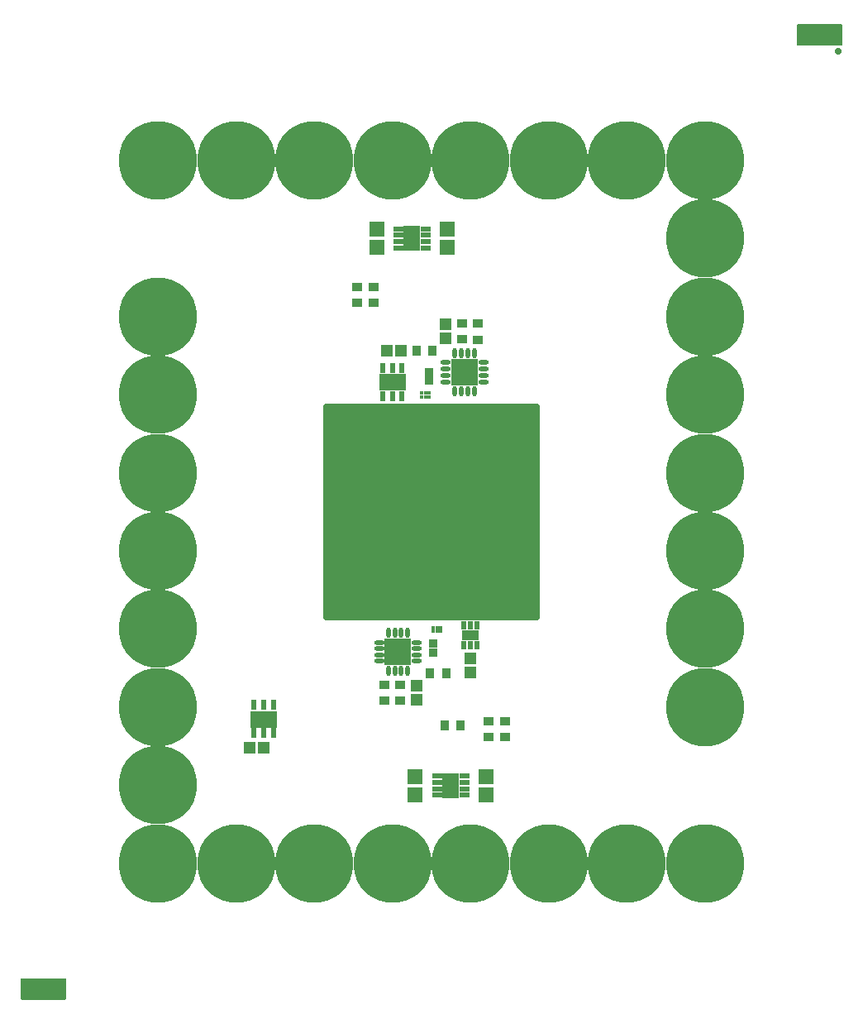
<source format=gbr>
%FSLAX23Y23*%
%MOIN*%
%SFA1B1*%

%IPPOS*%
%AMD66*
4,1,8,-0.437000,0.424400,-0.437000,-0.424400,-0.424400,-0.437000,0.424400,-0.437000,0.437000,-0.424400,0.437000,0.424400,0.424400,0.437000,-0.424400,0.437000,-0.437000,0.424400,0.0*
1,1,0.025200,-0.424400,0.424400*
1,1,0.025200,-0.424400,-0.424400*
1,1,0.025200,0.424400,-0.424400*
1,1,0.025200,0.424400,0.424400*
%
%ADD50R,0.064960X0.059060*%
%ADD51R,0.047240X0.047240*%
%ADD52R,0.047240X0.047240*%
%ADD53R,0.036220X0.034650*%
%ADD54R,0.035430X0.043310*%
%ADD55R,0.043310X0.035430*%
%ADD56R,0.019680X0.035430*%
%ADD57R,0.070870X0.042910*%
%ADD58R,0.066530X0.102360*%
%ADD59R,0.043310X0.021650*%
%ADD60C,0.015750*%
%ADD61R,0.110240X0.110240*%
%ADD62O,0.041340X0.019680*%
%ADD63O,0.019680X0.041340*%
%ADD64R,0.023620X0.039370*%
%ADD65R,0.106300X0.066930*%
G04~CAMADD=66~8~0.0~0.0~8740.2~8740.2~126.0~0.0~15~0.0~0.0~0.0~0.0~0~0.0~0.0~0.0~0.0~0~0.0~0.0~0.0~90.0~8740.0~8740.0*
%ADD66D66*%
%ADD67C,0.314960*%
%ADD68C,0.027560*%
%LNhumflex2_1_soldermask_top-1*%
%LPD*%
G36*
X1846Y2163D02*
X1847Y2163D01*
X1847Y2163*
X1848Y2162*
X1848Y2162*
X1849Y2162*
X1853Y2158*
X1853Y2157*
X1853Y2157*
X1854Y2157*
X1854Y2156*
X1854Y2156*
X1854Y2155*
Y2080*
X1854Y2080*
X1854Y2079*
X1854Y2079*
X1853Y2078*
X1853Y2078*
X1853Y2077*
X1852Y2077*
X1852Y2077*
X1851Y2077*
X1851Y2076*
X1850Y2076*
X1850Y2076*
X1838*
X1838Y2076*
X1837Y2076*
X1837Y2077*
X1836Y2077*
X1836Y2077*
X1835Y2076*
X1835Y2076*
X1834Y2076*
X1830*
X1830Y2076*
X1829Y2076*
X1829Y2077*
X1828Y2077*
X1828Y2077*
X1827Y2076*
X1827Y2076*
X1826Y2076*
X1814*
X1814Y2076*
X1813Y2076*
X1813Y2077*
X1812Y2077*
X1812Y2077*
X1812Y2076*
X1811Y2076*
X1811Y2076*
X1807*
X1806Y2076*
X1806Y2076*
X1805Y2077*
X1805Y2077*
X1804Y2077*
X1804Y2076*
X1803Y2076*
X1803Y2076*
X1791*
X1790Y2076*
X1790Y2076*
X1789Y2077*
X1789Y2077*
X1788Y2077*
X1788Y2076*
X1787Y2076*
X1787Y2076*
X1783*
X1782Y2076*
X1782Y2076*
X1781Y2077*
X1781Y2077*
X1781Y2077*
X1780Y2076*
X1780Y2076*
X1779Y2076*
X1767*
X1767Y2076*
X1766Y2076*
X1766Y2077*
X1765Y2077*
X1765Y2077*
X1764Y2076*
X1764Y2076*
X1763Y2076*
X1759*
X1759Y2076*
X1758Y2076*
X1758Y2077*
X1757Y2077*
X1757Y2077*
X1756Y2076*
X1756Y2076*
X1755Y2076*
X1744*
X1743Y2076*
X1743Y2076*
X1742Y2077*
X1742Y2077*
X1741Y2077*
X1741Y2076*
X1740Y2076*
X1740Y2076*
X1736*
X1735Y2076*
X1735Y2076*
X1734Y2077*
X1734Y2077*
X1733Y2077*
X1733Y2076*
X1732Y2076*
X1732Y2076*
X1720*
X1719Y2076*
X1719Y2076*
X1718Y2077*
X1718Y2077*
X1718Y2077*
X1717Y2076*
X1717Y2076*
X1716Y2076*
X1712*
X1712Y2076*
X1711Y2076*
X1711Y2077*
X1710Y2077*
X1710Y2077*
X1709Y2076*
X1709Y2076*
X1708Y2076*
X1696*
X1696Y2076*
X1695Y2076*
X1695Y2077*
X1694Y2077*
X1694Y2077*
X1693Y2076*
X1693Y2076*
X1692Y2076*
X1688*
X1688Y2076*
X1687Y2076*
X1687Y2077*
X1687Y2077*
X1686Y2077*
X1686Y2076*
X1685Y2076*
X1685Y2076*
X1673*
X1672Y2076*
X1672Y2076*
X1671Y2077*
X1671Y2077*
X1670Y2077*
X1670Y2077*
X1670Y2078*
X1669Y2078*
X1669Y2079*
X1669Y2079*
X1669Y2080*
X1669Y2080*
Y2155*
X1669Y2156*
X1669Y2156*
X1669Y2157*
X1669Y2157*
X1670Y2157*
X1670Y2158*
X1674Y2162*
X1674Y2162*
X1675Y2162*
X1675Y2163*
X1676Y2163*
X1676Y2163*
X1677Y2163*
X1681*
X1681Y2163*
X1682Y2163*
X1682Y2163*
X1683Y2162*
X1683Y2162*
X1683Y2162*
X1685Y2160*
X1685Y2160*
X1685Y2161*
X1685Y2161*
X1686Y2162*
X1686Y2162*
X1687Y2162*
X1687Y2163*
X1687Y2163*
X1688Y2163*
X1688Y2163*
X1692*
X1693Y2163*
X1693Y2163*
X1694Y2163*
X1694Y2162*
X1695Y2162*
X1695Y2162*
X1696Y2161*
X1696Y2161*
X1696Y2160*
X1696Y2160*
X1698Y2162*
X1698Y2162*
X1698Y2162*
X1699Y2163*
X1699Y2163*
X1700Y2163*
X1700Y2163*
X1704*
X1705Y2163*
X1705Y2163*
X1706Y2163*
X1706Y2162*
X1707Y2162*
X1707Y2162*
X1708Y2160*
X1708Y2160*
X1709Y2161*
X1709Y2161*
X1709Y2162*
X1710Y2162*
X1710Y2162*
X1711Y2163*
X1711Y2163*
X1712Y2163*
X1712Y2163*
X1716*
X1717Y2163*
X1717Y2163*
X1718Y2163*
X1718Y2162*
X1718Y2162*
X1719Y2162*
X1719Y2161*
X1719Y2161*
X1720Y2160*
X1720Y2160*
X1721Y2162*
X1722Y2162*
X1722Y2162*
X1722Y2163*
X1723Y2163*
X1723Y2163*
X1724Y2163*
X1728*
X1728Y2163*
X1729Y2163*
X1729Y2163*
X1730Y2162*
X1730Y2162*
X1731Y2162*
X1732Y2160*
X1732Y2160*
X1732Y2161*
X1733Y2161*
X1733Y2162*
X1733Y2162*
X1734Y2162*
X1734Y2163*
X1735Y2163*
X1735Y2163*
X1736Y2163*
X1740*
X1740Y2163*
X1741Y2163*
X1741Y2163*
X1742Y2162*
X1742Y2162*
X1742Y2162*
X1743Y2161*
X1743Y2161*
X1743Y2160*
X1743Y2160*
X1745Y2162*
X1745Y2162*
X1746Y2162*
X1746Y2163*
X1747Y2163*
X1747Y2163*
X1748Y2163*
X1751*
X1752Y2163*
X1752Y2163*
X1753Y2163*
X1753Y2162*
X1754Y2162*
X1754Y2162*
X1756Y2160*
X1756Y2160*
X1756Y2161*
X1756Y2161*
X1757Y2162*
X1757Y2162*
X1757Y2162*
X1758Y2163*
X1758Y2163*
X1759Y2163*
X1759Y2163*
X1763*
X1764Y2163*
X1764Y2163*
X1765Y2163*
X1765Y2162*
X1766Y2162*
X1766Y2162*
X1766Y2161*
X1767Y2161*
X1767Y2160*
X1767Y2160*
X1768Y2162*
X1769Y2162*
X1769Y2162*
X1770Y2163*
X1770Y2163*
X1771Y2163*
X1771Y2163*
X1775*
X1776Y2163*
X1776Y2163*
X1777Y2163*
X1777Y2162*
X1777Y2162*
X1778Y2162*
X1779Y2160*
X1779Y2160*
X1780Y2161*
X1780Y2161*
X1780Y2162*
X1781Y2162*
X1781Y2162*
X1781Y2163*
X1782Y2163*
X1782Y2163*
X1783Y2163*
X1787*
X1787Y2163*
X1788Y2163*
X1788Y2163*
X1789Y2162*
X1789Y2162*
X1790Y2162*
X1790Y2161*
X1790Y2161*
X1791Y2160*
X1791Y2160*
X1792Y2162*
X1792Y2162*
X1793Y2162*
X1793Y2163*
X1794Y2163*
X1794Y2163*
X1795Y2163*
X1799*
X1799Y2163*
X1800Y2163*
X1800Y2163*
X1801Y2162*
X1801Y2162*
X1802Y2162*
X1803Y2160*
X1803Y2160*
X1803Y2161*
X1803Y2161*
X1804Y2162*
X1804Y2162*
X1805Y2162*
X1805Y2163*
X1806Y2163*
X1806Y2163*
X1807Y2163*
X1811*
X1811Y2163*
X1812Y2163*
X1812Y2163*
X1813Y2162*
X1813Y2162*
X1813Y2162*
X1814Y2161*
X1814Y2161*
X1814Y2160*
X1814Y2160*
X1816Y2162*
X1816Y2162*
X1816Y2162*
X1817Y2163*
X1817Y2163*
X1818Y2163*
X1818Y2163*
X1822*
X1823Y2163*
X1823Y2163*
X1824Y2163*
X1824Y2162*
X1825Y2162*
X1825Y2162*
X1827Y2160*
X1827Y2160*
X1827Y2161*
X1827Y2161*
X1827Y2162*
X1828Y2162*
X1828Y2162*
X1829Y2163*
X1829Y2163*
X1830Y2163*
X1830Y2163*
X1834*
X1835Y2163*
X1835Y2163*
X1836Y2163*
X1836Y2162*
X1837Y2162*
X1837Y2162*
X1837Y2161*
X1838Y2161*
X1838Y2160*
X1838Y2160*
X1839Y2162*
X1840Y2162*
X1840Y2162*
X1841Y2163*
X1841Y2163*
X1842Y2163*
X1842Y2163*
X1846*
X1846Y2163*
G37*
G36*
X-1279Y-1683D02*
X-1278Y-1683D01*
X-1278Y-1683*
X-1277Y-1683*
X-1277Y-1683*
X-1276Y-1684*
X-1276Y-1684*
X-1276Y-1685*
X-1275Y-1685*
X-1275Y-1685*
X-1275Y-1686*
X-1275Y-1687*
Y-1761*
X-1275Y-1762*
X-1275Y-1762*
X-1275Y-1763*
X-1276Y-1763*
X-1276Y-1764*
X-1276Y-1764*
X-1280Y-1768*
X-1280*
X-1281Y-1768*
X-1281Y-1769*
X-1281Y-1769*
X-1282Y-1769*
X-1282Y-1769*
X-1283Y-1769*
X-1287*
X-1287Y-1769*
X-1288Y-1769*
X-1288Y-1769*
X-1289Y-1769*
X-1289Y-1768*
X-1290Y-1768*
X-1291Y-1767*
X-1291Y-1767*
X-1291Y-1767*
X-1292Y-1768*
X-1292Y-1768*
X-1292Y-1768*
X-1293Y-1769*
X-1293Y-1769*
X-1294Y-1769*
X-1294Y-1769*
X-1295Y-1769*
X-1299*
X-1299Y-1769*
X-1300Y-1769*
X-1300Y-1769*
X-1301Y-1769*
X-1301Y-1768*
X-1302Y-1768*
X-1302Y-1768*
X-1302Y-1767*
X-1302Y-1767*
X-1302Y-1767*
X-1304Y-1768*
X-1304Y-1768*
X-1305Y-1769*
X-1305Y-1769*
X-1306Y-1769*
X-1306Y-1769*
X-1307Y-1769*
X-1311*
X-1311Y-1769*
X-1312Y-1769*
X-1312Y-1769*
X-1313Y-1769*
X-1313Y-1768*
X-1313Y-1768*
X-1315Y-1767*
X-1315Y-1767*
X-1315Y-1767*
X-1315Y-1768*
X-1316Y-1768*
X-1316Y-1768*
X-1316Y-1769*
X-1317Y-1769*
X-1317Y-1769*
X-1318Y-1769*
X-1318Y-1769*
X-1322*
X-1323Y-1769*
X-1323Y-1769*
X-1324Y-1769*
X-1324Y-1769*
X-1325Y-1768*
X-1325Y-1768*
X-1325Y-1768*
X-1326Y-1767*
X-1326Y-1767*
X-1326Y-1767*
X-1327Y-1768*
X-1328Y-1768*
X-1328Y-1769*
X-1329Y-1769*
X-1329Y-1769*
X-1330Y-1769*
X-1330Y-1769*
X-1334*
X-1335Y-1769*
X-1335Y-1769*
X-1336Y-1769*
X-1336Y-1769*
X-1337Y-1768*
X-1337Y-1768*
X-1338Y-1767*
X-1338Y-1767*
X-1339Y-1767*
X-1339Y-1768*
X-1339Y-1768*
X-1340Y-1768*
X-1340Y-1769*
X-1341Y-1769*
X-1341Y-1769*
X-1342Y-1769*
X-1342Y-1769*
X-1346*
X-1346Y-1769*
X-1347Y-1769*
X-1347Y-1769*
X-1348Y-1769*
X-1348Y-1768*
X-1349Y-1768*
X-1349Y-1768*
X-1349Y-1767*
X-1350Y-1767*
X-1350Y-1767*
X-1351Y-1768*
X-1351Y-1768*
X-1352Y-1769*
X-1352Y-1769*
X-1353Y-1769*
X-1353Y-1769*
X-1354Y-1769*
X-1358*
X-1358Y-1769*
X-1359Y-1769*
X-1359Y-1769*
X-1360Y-1769*
X-1360Y-1768*
X-1361Y-1768*
X-1362Y-1767*
X-1362Y-1767*
X-1362Y-1767*
X-1363Y-1768*
X-1363Y-1768*
X-1363Y-1768*
X-1364Y-1769*
X-1364Y-1769*
X-1365Y-1769*
X-1365Y-1769*
X-1366Y-1769*
X-1370*
X-1370Y-1769*
X-1371Y-1769*
X-1371Y-1769*
X-1372Y-1769*
X-1372Y-1768*
X-1372Y-1768*
X-1373Y-1768*
X-1373Y-1767*
X-1373Y-1767*
X-1373Y-1767*
X-1375Y-1768*
X-1375Y-1768*
X-1375Y-1769*
X-1376Y-1769*
X-1376Y-1769*
X-1377Y-1769*
X-1377Y-1769*
X-1381*
X-1382Y-1769*
X-1382Y-1769*
X-1383Y-1769*
X-1383Y-1769*
X-1384Y-1768*
X-1384Y-1768*
X-1386Y-1767*
X-1386Y-1767*
X-1386Y-1767*
X-1386Y-1768*
X-1386Y-1768*
X-1387Y-1768*
X-1387Y-1769*
X-1388Y-1769*
X-1388Y-1769*
X-1389Y-1769*
X-1389Y-1769*
X-1393*
X-1394Y-1769*
X-1394Y-1769*
X-1395Y-1769*
X-1395Y-1769*
X-1396Y-1768*
X-1396Y-1768*
X-1396Y-1768*
X-1397Y-1767*
X-1397Y-1767*
X-1397Y-1767*
X-1398Y-1768*
X-1399Y-1768*
X-1399Y-1769*
X-1400Y-1769*
X-1400Y-1769*
X-1401Y-1769*
X-1401Y-1769*
X-1405*
X-1406Y-1769*
X-1406Y-1769*
X-1407Y-1769*
X-1407Y-1769*
X-1407Y-1768*
X-1408Y-1768*
X-1409Y-1767*
X-1409Y-1767*
X-1409Y-1767*
X-1410Y-1768*
X-1410Y-1768*
X-1410Y-1768*
X-1411Y-1769*
X-1411Y-1769*
X-1412Y-1769*
X-1412Y-1769*
X-1413Y-1769*
X-1417*
X-1417Y-1769*
X-1418Y-1769*
X-1418Y-1769*
X-1419Y-1769*
X-1419Y-1768*
X-1420Y-1768*
X-1420Y-1768*
X-1420Y-1767*
X-1420Y-1767*
X-1421Y-1767*
X-1422Y-1768*
X-1422Y-1768*
X-1423Y-1769*
X-1423Y-1769*
X-1424Y-1769*
X-1424Y-1769*
X-1425Y-1769*
X-1429*
X-1429Y-1769*
X-1430Y-1769*
X-1430Y-1769*
X-1431Y-1769*
X-1431Y-1768*
X-1431Y-1768*
X-1433Y-1767*
X-1433Y-1767*
X-1433Y-1767*
X-1433Y-1768*
X-1434Y-1768*
X-1434Y-1768*
X-1435Y-1769*
X-1435Y-1769*
X-1435Y-1769*
X-1436Y-1769*
X-1437Y-1769*
X-1440*
X-1441Y-1769*
X-1441Y-1769*
X-1442Y-1769*
X-1442Y-1769*
X-1443Y-1768*
X-1443Y-1768*
X-1444Y-1768*
X-1444Y-1767*
X-1444Y-1767*
X-1444Y-1767*
X-1446Y-1768*
X-1446Y-1768*
X-1446Y-1769*
X-1447Y-1769*
X-1447Y-1769*
X-1448Y-1769*
X-1448Y-1769*
X-1452*
X-1453Y-1769*
X-1453Y-1769*
X-1454Y-1769*
X-1454Y-1769*
X-1455Y-1768*
X-1455Y-1768*
X-1459Y-1764*
X-1459Y-1764*
X-1460Y-1763*
X-1460Y-1763*
X-1460Y-1762*
X-1460Y-1762*
X-1460Y-1761*
Y-1687*
X-1460Y-1686*
X-1460Y-1685*
X-1460Y-1685*
X-1460Y-1685*
X-1459Y-1684*
X-1459Y-1684*
X-1459Y-1683*
X-1458Y-1683*
X-1458Y-1683*
X-1457Y-1683*
X-1457Y-1683*
X-1456Y-1683*
X-1444*
X-1444Y-1683*
X-1443Y-1683*
X-1443Y-1683*
X-1442Y-1683*
X-1442Y-1683*
X-1441Y-1683*
X-1441Y-1683*
X-1440Y-1683*
X-1437*
X-1436Y-1683*
X-1435Y-1683*
X-1435Y-1683*
X-1435Y-1683*
X-1434Y-1683*
X-1434Y-1683*
X-1433Y-1683*
X-1433Y-1683*
X-1421*
X-1420Y-1683*
X-1420Y-1683*
X-1419Y-1683*
X-1419Y-1683*
X-1418Y-1683*
X-1418Y-1683*
X-1417Y-1683*
X-1417Y-1683*
X-1413*
X-1412Y-1683*
X-1412Y-1683*
X-1411Y-1683*
X-1411Y-1683*
X-1410Y-1683*
X-1410Y-1683*
X-1409Y-1683*
X-1409Y-1683*
X-1397*
X-1397Y-1683*
X-1396Y-1683*
X-1396Y-1683*
X-1395Y-1683*
X-1395Y-1683*
X-1394Y-1683*
X-1394Y-1683*
X-1393Y-1683*
X-1389*
X-1389Y-1683*
X-1388Y-1683*
X-1388Y-1683*
X-1387Y-1683*
X-1387Y-1683*
X-1386Y-1683*
X-1386Y-1683*
X-1385Y-1683*
X-1374*
X-1373Y-1683*
X-1373Y-1683*
X-1372Y-1683*
X-1372Y-1683*
X-1371Y-1683*
X-1371Y-1683*
X-1370Y-1683*
X-1370Y-1683*
X-1366*
X-1365Y-1683*
X-1365Y-1683*
X-1364Y-1683*
X-1364Y-1683*
X-1363Y-1683*
X-1363Y-1683*
X-1362Y-1683*
X-1362Y-1683*
X-1350*
X-1349Y-1683*
X-1349Y-1683*
X-1348Y-1683*
X-1348Y-1683*
X-1347Y-1683*
X-1347Y-1683*
X-1346Y-1683*
X-1346Y-1683*
X-1342*
X-1342Y-1683*
X-1341Y-1683*
X-1341Y-1683*
X-1340Y-1683*
X-1340Y-1683*
X-1339Y-1683*
X-1339Y-1683*
X-1338Y-1683*
X-1326*
X-1326Y-1683*
X-1325Y-1683*
X-1325Y-1683*
X-1324Y-1683*
X-1324Y-1683*
X-1323Y-1683*
X-1323Y-1683*
X-1322Y-1683*
X-1318*
X-1318Y-1683*
X-1317Y-1683*
X-1317Y-1683*
X-1316Y-1683*
X-1316Y-1683*
X-1315Y-1683*
X-1315Y-1683*
X-1314Y-1683*
X-1303*
X-1302Y-1683*
X-1302Y-1683*
X-1301Y-1683*
X-1301Y-1683*
X-1300Y-1683*
X-1300Y-1683*
X-1299Y-1683*
X-1299Y-1683*
X-1295*
X-1294Y-1683*
X-1294Y-1683*
X-1293Y-1683*
X-1293Y-1683*
X-1292Y-1683*
X-1292Y-1683*
X-1291Y-1683*
X-1291Y-1683*
X-1279*
X-1279Y-1683*
G37*
G54D50*
X132Y-870D03*
Y-943D03*
X416Y-870D03*
Y-943D03*
X-23Y1262D03*
Y1335D03*
X259Y1262D03*
Y1335D03*
G54D51*
X355Y-451D03*
Y-394D03*
X136Y-562D03*
Y-505D03*
X255Y954D03*
Y897D03*
G54D52*
X-537Y-755D03*
X-480D03*
X75Y846D03*
X18D03*
G54D53*
X203Y-369D03*
Y-334D03*
X188Y761D03*
Y726D03*
G54D54*
X314Y-665D03*
X249D03*
X190Y-454D03*
X256D03*
X136Y846D03*
X201D03*
G54D55*
X495Y-711D03*
Y-646D03*
X428D03*
Y-711D03*
X69Y-565D03*
Y-500D03*
X6Y-499D03*
Y-564D03*
X385Y956D03*
Y891D03*
X322Y892D03*
Y957D03*
X-35Y1103D03*
Y1038D03*
X-102D03*
Y1103D03*
G54D56*
X379Y-262D03*
X354D03*
X328D03*
X379Y-340D03*
X354D03*
X328D03*
G54D57*
X354Y-301D03*
G54D58*
X274Y-906D03*
X118Y1299D03*
G54D59*
X329Y-945D03*
Y-919D03*
Y-894D03*
Y-868D03*
X219Y-945D03*
Y-919D03*
Y-894D03*
Y-868D03*
X63Y1337D03*
Y1312D03*
Y1286D03*
Y1260D03*
X173Y1337D03*
Y1312D03*
Y1286D03*
Y1260D03*
G54D60*
X235Y-284D03*
X219D03*
X203D03*
X235Y-269D03*
X219D03*
X203D03*
X157Y677D03*
X173D03*
X188D03*
X157Y661D03*
X173D03*
X188D03*
G54D61*
X62Y-367D03*
X330Y759D03*
G54D62*
X137Y-329D03*
Y-354D03*
Y-380D03*
Y-405D03*
X-13D03*
Y-380D03*
Y-354D03*
Y-329D03*
X254Y721D03*
Y747D03*
Y772D03*
Y798D03*
X406D03*
Y772D03*
Y747D03*
Y721D03*
G54D63*
X100Y-443D03*
X74D03*
X49D03*
X23D03*
Y-291D03*
X49D03*
X74D03*
X100D03*
X292Y835D03*
X317D03*
X343D03*
X369D03*
Y684D03*
X343D03*
X317D03*
X292D03*
G54D64*
X-441Y-582D03*
X-481D03*
X-520D03*
X-441Y-695D03*
X-481D03*
X-520D03*
X0Y663D03*
X39D03*
X78D03*
X0Y777D03*
X39D03*
X78D03*
G54D65*
X-481Y-639D03*
X39Y720D03*
G54D66*
X196Y196D03*
G54D67*
X-905Y984D03*
X1299Y-590D03*
Y-1220D03*
X354D03*
X39D03*
X-590D03*
X-275D03*
X984D03*
X669D03*
X1299Y1614D03*
X354D03*
X39D03*
X-590D03*
X-275D03*
X984D03*
X669D03*
X-905D03*
X1299Y1299D03*
Y354D03*
Y39D03*
Y-275D03*
Y984D03*
Y669D03*
X-905Y-1220D03*
Y-905D03*
Y-590D03*
Y-275D03*
Y39D03*
Y354D03*
Y669D03*
G54D68*
X1837Y2053D03*
M02*
</source>
